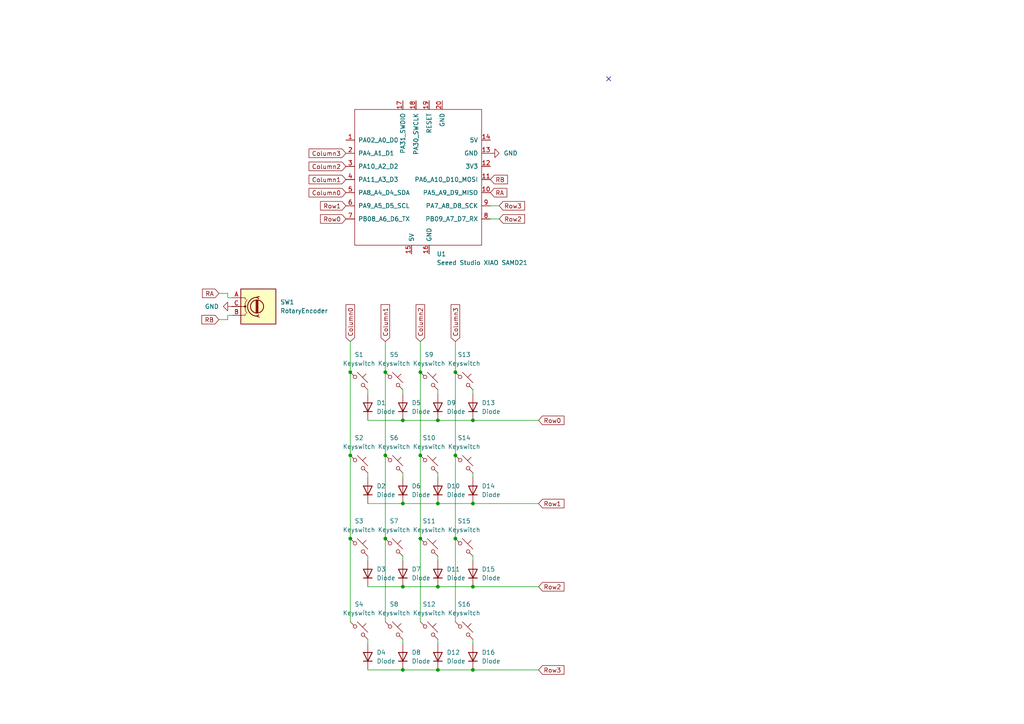
<source format=kicad_sch>
(kicad_sch (version 20231120) (generator "eeschema") (generator_version "8.0")
  (paper "A4")
  (title_block (title "Emre-HackPad") (date "2024-10-05") (rev "3") (company "Kluizenaren"))
  (lib_symbols
    (symbol "Device:RotaryEncoder" (pin_names (offset 0.254) hide)
      (property "Reference" "SW" (at 0 6.604 0))
      (property "Value" "RotaryEncoder" (at 0 -6.604 0))
      (symbol "RotaryEncoder_0_1"
        (rectangle (start -5.08 5.08) (end 5.08 -5.08) (stroke (width 0.254)) (fill (type background)))
        (circle (center -3.81 0) (radius 0.254) (fill (type outline)))
        (circle (center -0.381 0) (radius 1.905) (stroke (width 0.254)))
        (arc (start -0.381 2.667) (mid -3.0988 -0.0635) (end -0.381 -2.794) (stroke (width 0.254)))
        (polyline (pts (xy -0.635 -1.778) (xy -0.635 1.778)) (stroke (width 0.254)))
        (polyline (pts (xy -0.381 -1.778) (xy -0.381 1.778)) (stroke (width 0.254)))
        (polyline (pts (xy -0.127 1.778) (xy -0.127 -1.778)) (stroke (width 0.254)))
        (polyline (pts (xy -5.08 -2.54) (xy -3.81 -2.54) (xy -3.81 -2.032)))
        (polyline (pts (xy -5.08 2.54) (xy -3.81 2.54) (xy -3.81 2.032)))
        (polyline (pts (xy 0.254 -3.048) (xy -0.508 -2.794) (xy 0.127 -2.413)) (stroke (width 0.254)))
        (polyline (pts (xy 0.254 2.921) (xy -0.508 2.667) (xy 0.127 2.286)) (stroke (width 0.254)))
        (polyline (pts (xy -5.08 0) (xy -3.81 0) (xy -3.81 -1.016) (xy -3.302 -2.032)))
        (polyline (pts (xy -4.318 0) (xy -3.81 0) (xy -3.81 1.016) (xy -3.302 2.032)))
      )
      (symbol "RotaryEncoder_1_1"
        (pin passive line (at -7.62 2.54 0) (length 2.54) (name "A") (number "A"))
        (pin passive line (at -7.62 -2.54 0) (length 2.54) (name "B") (number "B"))
        (pin passive line (at -7.62 0 0) (length 2.54) (name "C") (number "C"))
      )
    )
    (symbol "ScottoKeebs:Placeholder_Diode" (pin_numbers hide) (pin_names hide)
      (property "Reference" "D" (at 0 2.54 0))
      (property "Value" "Diode" (at 0 -2.54 0))
      (symbol "Placeholder_Diode_0_1"
        (polyline (pts (xy -1.27 1.27) (xy -1.27 -1.27)) (stroke (width 0.254)))
        (polyline (pts (xy 1.27 0) (xy -1.27 0)))
        (polyline (pts (xy 1.27 1.27) (xy 1.27 -1.27) (xy -1.27 0) (xy 1.27 1.27)) (stroke (width 0.254)))
      )
      (symbol "Placeholder_Diode_1_1"
        (pin passive line (at -3.81 0 0) (length 2.54) (name "K") (number "1"))
        (pin passive line (at 3.81 0 180) (length 2.54) (name "A") (number "2"))
      )
    )
    (symbol "ScottoKeebs:Placeholder_Keyswitch" (pin_numbers hide) (pin_names (offset 1.016) hide)
      (property "Reference" "S" (at 3.048 1.016 0))
      (property "Value" "Keyswitch" (at 0 -3.81 0))
      (symbol "Placeholder_Keyswitch_0_1"
        (circle (center -1.1684 1.1684) (radius 0.508))
        (polyline (pts (xy -0.508 2.54) (xy 2.54 -0.508)))
        (polyline (pts (xy 1.016 1.016) (xy 2.032 2.032)))
        (polyline (pts (xy -2.54 2.54) (xy -1.524 1.524) (xy -1.524 1.524)))
        (polyline (pts (xy 1.524 -1.524) (xy 2.54 -2.54) (xy 2.54 -2.54) (xy 2.54 -2.54)))
        (circle (center 1.143 -1.1938) (radius 0.508))
        (pin passive line (at -2.54 2.54 0) (length 0) (name "1") (number "1"))
        (pin passive line (at 2.54 -2.54 180) (length 0) (name "2") (number "2"))
      )
    )
    (symbol "Seeed_Studio_XIAO_Series:Seeed Studio XIAO SAMD21" (pin_names (offset 1.016))
      (property "Reference" "U" (at -19.05 22.86 0))
      (property "Value" "Seeed Studio XIAO SAMD21" (at -12.7 21.59 0))
      (symbol "Seeed Studio XIAO SAMD21_0_1"
        (rectangle (start -19.05 20.32) (end 17.78 -19.05))
      )
      (symbol "Seeed Studio XIAO SAMD21_1_1"
        (pin unspecified line (at -21.59 11.43 0) (length 2.54) (name "PA02_A0_D0") (number "1"))
        (pin unspecified line (at 20.32 -3.81 180) (length 2.54) (name "PA5_A9_D9_MISO") (number "10"))
        (pin unspecified line (at 20.32 0 180) (length 2.54) (name "PA6_A10_D10_MOSI") (number "11"))
        (pin unspecified line (at 20.32 3.81 180) (length 2.54) (name "3V3") (number "12"))
        (pin unspecified line (at 20.32 7.62 180) (length 2.54) (name "GND") (number "13"))
        (pin unspecified line (at 20.32 11.43 180) (length 2.54) (name "5V") (number "14"))
        (pin input line (at -2.54 -21.59 90) (length 2.54) (name "5V") (number "15"))
        (pin input line (at 2.54 -21.59 90) (length 2.54) (name "GND") (number "16"))
        (pin input line (at -5.08 22.86 270) (length 2.54) (name "PA31_SWDIO") (number "17"))
        (pin input line (at -1.27 22.86 270) (length 2.54) (name "PA30_SWCLK") (number "18"))
        (pin input line (at 2.54 22.86 270) (length 2.54) (name "RESET") (number "19"))
        (pin unspecified line (at -21.59 7.62 0) (length 2.54) (name "PA4_A1_D1") (number "2"))
        (pin input line (at 6.35 22.86 270) (length 2.54) (name "GND") (number "20"))
        (pin unspecified line (at -21.59 3.81 0) (length 2.54) (name "PA10_A2_D2") (number "3"))
        (pin unspecified line (at -21.59 0 0) (length 2.54) (name "PA11_A3_D3") (number "4"))
        (pin unspecified line (at -21.59 -3.81 0) (length 2.54) (name "PA8_A4_D4_SDA") (number "5"))
        (pin unspecified line (at -21.59 -7.62 0) (length 2.54) (name "PA9_A5_D5_SCL") (number "6"))
        (pin unspecified line (at -21.59 -11.43 0) (length 2.54) (name "PB08_A6_D6_TX") (number "7"))
        (pin unspecified line (at 20.32 -11.43 180) (length 2.54) (name "PB09_A7_D7_RX") (number "8"))
        (pin unspecified line (at 20.32 -7.62 180) (length 2.54) (name "PA7_A8_D8_SCK") (number "9"))
      )
    )
    (symbol "power:GND" (power) (pin_numbers hide) (pin_names (offset 0) hide)
      (property "Value" "GND" (at 0 -3.81 0))
      (symbol "GND_0_1"
        (polyline (pts (xy 0 0) (xy 0 -1.27) (xy 1.27 -1.27) (xy 0 -2.54) (xy -1.27 -1.27) (xy 0 -1.27)))
      )
      (symbol "GND_1_1"
        (pin power_in line (at 0 0 270) (length 0) (name "~") (number "1"))
      )
    )
  )
  (junction (at 111.76 132.08))
  (junction (at 101.6 156.21))
  (junction (at 101.6 107.95))
  (junction (at 137.16 170.18))
  (junction (at 116.84 121.92))
  (junction (at 101.6 132.08))
  (junction (at 127 170.18))
  (junction (at 121.92 107.95))
  (junction (at 137.16 194.31))
  (junction (at 132.08 107.95))
  (junction (at 137.16 121.92))
  (junction (at 127 146.05))
  (junction (at 116.84 194.31))
  (junction (at 111.76 107.95))
  (junction (at 127 194.31))
  (junction (at 116.84 146.05))
  (junction (at 111.76 156.21))
  (junction (at 132.08 132.08))
  (junction (at 121.92 132.08))
  (junction (at 137.16 146.05))
  (junction (at 132.08 156.21))
  (junction (at 116.84 170.18))
  (junction (at 127 121.92))
  (junction (at 121.92 156.21))
  (no_connect (at 176.53 22.86))
  (wire (pts (xy 137.16 113.03) (xy 137.16 114.3)))
  (wire (pts (xy 106.68 138.43) (xy 106.68 137.16)))
  (wire (pts (xy 127 114.3) (xy 127 113.03)))
  (wire (pts (xy 66.04 92.71) (xy 66.04 91.44)))
  (wire (pts (xy 127 170.18) (xy 137.16 170.18)))
  (wire (pts (xy 106.68 121.92) (xy 116.84 121.92)))
  (wire (pts (xy 127 162.56) (xy 127 161.29)))
  (wire (pts (xy 132.08 156.21) (xy 132.08 180.34)))
  (wire (pts (xy 127 138.43) (xy 127 137.16)))
  (wire (pts (xy 106.68 194.31) (xy 116.84 194.31)))
  (wire (pts (xy 116.84 121.92) (xy 127 121.92)))
  (wire (pts (xy 111.76 107.95) (xy 111.76 132.08)))
  (wire (pts (xy 101.6 99.06) (xy 101.6 107.95)))
  (wire (pts (xy 106.68 114.3) (xy 106.68 113.03)))
  (wire (pts (xy 111.76 156.21) (xy 111.76 180.34)))
  (wire (pts (xy 116.84 186.69) (xy 116.84 185.42)))
  (wire (pts (xy 127 194.31) (xy 137.16 194.31)))
  (wire (pts (xy 144.78 63.5) (xy 142.24 63.5)))
  (wire (pts (xy 127 121.92) (xy 137.16 121.92)))
  (wire (pts (xy 106.68 170.18) (xy 116.84 170.18)))
  (wire (pts (xy 101.6 132.08) (xy 101.6 156.21)))
  (wire (pts (xy 127 146.05) (xy 137.16 146.05)))
  (wire (pts (xy 137.16 146.05) (xy 156.21 146.05)))
  (wire (pts (xy 137.16 186.69) (xy 137.16 185.42)))
  (wire (pts (xy 66.04 85.09) (xy 66.04 86.36)))
  (wire (pts (xy 132.08 107.95) (xy 132.08 132.08)))
  (wire (pts (xy 116.84 114.3) (xy 116.84 113.03)))
  (wire (pts (xy 132.08 132.08) (xy 132.08 156.21)))
  (wire (pts (xy 63.5 92.71) (xy 66.04 92.71)))
  (wire (pts (xy 101.6 107.95) (xy 101.6 132.08)))
  (wire (pts (xy 137.16 121.92) (xy 156.21 121.92)))
  (wire (pts (xy 106.68 146.05) (xy 116.84 146.05)))
  (wire (pts (xy 116.84 194.31) (xy 127 194.31)))
  (wire (pts (xy 121.92 132.08) (xy 121.92 156.21)))
  (wire (pts (xy 116.84 146.05) (xy 127 146.05)))
  (wire (pts (xy 101.6 156.21) (xy 101.6 180.34)))
  (wire (pts (xy 111.76 132.08) (xy 111.76 156.21)))
  (wire (pts (xy 66.04 86.36) (xy 67.31 86.36)))
  (wire (pts (xy 116.84 138.43) (xy 116.84 137.16)))
  (wire (pts (xy 132.08 99.06) (xy 132.08 107.95)))
  (wire (pts (xy 121.92 107.95) (xy 121.92 132.08)))
  (wire (pts (xy 121.92 156.21) (xy 121.92 180.34)))
  (wire (pts (xy 111.76 99.06) (xy 111.76 107.95)))
  (wire (pts (xy 116.84 162.56) (xy 116.84 161.29)))
  (wire (pts (xy 121.92 99.06) (xy 121.92 107.95)))
  (wire (pts (xy 106.68 186.69) (xy 106.68 185.42)))
  (wire (pts (xy 137.16 162.56) (xy 137.16 161.29)))
  (wire (pts (xy 106.68 162.56) (xy 106.68 161.29)))
  (wire (pts (xy 137.16 194.31) (xy 156.21 194.31)))
  (wire (pts (xy 137.16 170.18) (xy 156.21 170.18)))
  (wire (pts (xy 66.04 91.44) (xy 67.31 91.44)))
  (wire (pts (xy 116.84 170.18) (xy 127 170.18)))
  (wire (pts (xy 127 186.69) (xy 127 185.42)))
  (wire (pts (xy 63.5 85.09) (xy 66.04 85.09)))
  (wire (pts (xy 137.16 138.43) (xy 137.16 137.16)))
  (wire (pts (xy 144.78 59.69) (xy 142.24 59.69)))
  (global_label "Column0" (shape input) (at 101.6 99.06 90) (property "Intersheetrefs" "${INTERSHEET_REFS}" (effects (hide yes))))
  (global_label "Row0" (shape input) (at 156.21 121.92 0) (property "Intersheetrefs" "${INTERSHEET_REFS}" (effects (hide yes))))
  (global_label "RB" (shape input) (at 63.5 92.71 180) (property "Intersheetrefs" "${INTERSHEET_REFS}" (effects (hide yes))))
  (global_label "Column0" (shape input) (at 100.33 55.88 180) (property "Intersheetrefs" "${INTERSHEET_REFS}" (effects (hide yes))))
  (global_label "RB" (shape input) (at 142.24 52.07 0) (property "Intersheetrefs" "${INTERSHEET_REFS}" (effects (hide yes))))
  (global_label "Row3" (shape input) (at 144.78 59.69 0) (property "Intersheetrefs" "${INTERSHEET_REFS}" (effects (hide yes))))
  (global_label "Column2" (shape input) (at 121.92 99.06 90) (property "Intersheetrefs" "${INTERSHEET_REFS}" (effects (hide yes))))
  (global_label "RA" (shape input) (at 142.24 55.88 0) (property "Intersheetrefs" "${INTERSHEET_REFS}" (effects (hide yes))))
  (global_label "Row3" (shape input) (at 156.21 194.31 0) (property "Intersheetrefs" "${INTERSHEET_REFS}" (effects (hide yes))))
  (global_label "Column1" (shape input) (at 100.33 52.07 180) (property "Intersheetrefs" "${INTERSHEET_REFS}" (effects (hide yes))))
  (global_label "Row1" (shape input) (at 100.33 59.69 180) (property "Intersheetrefs" "${INTERSHEET_REFS}" (effects (hide yes))))
  (global_label "Column2" (shape input) (at 100.33 48.26 180) (property "Intersheetrefs" "${INTERSHEET_REFS}" (effects (hide yes))))
  (global_label "Row1" (shape input) (at 156.21 146.05 0) (property "Intersheetrefs" "${INTERSHEET_REFS}" (effects (hide yes))))
  (global_label "Column3" (shape input) (at 100.33 44.45 180) (property "Intersheetrefs" "${INTERSHEET_REFS}" (effects (hide yes))))
  (global_label "Column3" (shape input) (at 132.08 99.06 90) (property "Intersheetrefs" "${INTERSHEET_REFS}" (effects (hide yes))))
  (global_label "Row0" (shape input) (at 100.33 63.5 180) (property "Intersheetrefs" "${INTERSHEET_REFS}" (effects (hide yes))))
  (global_label "Column1" (shape input) (at 111.76 99.06 90) (property "Intersheetrefs" "${INTERSHEET_REFS}" (effects (hide yes))))
  (global_label "Row2" (shape input) (at 144.78 63.5 0) (property "Intersheetrefs" "${INTERSHEET_REFS}" (effects (hide yes))))
  (global_label "RA" (shape input) (at 63.5 85.09 180) (property "Intersheetrefs" "${INTERSHEET_REFS}" (effects (hide yes))))
  (global_label "Row2" (shape input) (at 156.21 170.18 0) (property "Intersheetrefs" "${INTERSHEET_REFS}" (effects (hide yes))))
  (symbol (lib_id "ScottoKeebs:Placeholder_Diode") (at 137.16 142.24 90) (unit 1)
    (property "Reference" "D14" (at 139.7 140.9699 90) (effects (justify right)))
    (property "Value" "Diode" (at 139.7 143.5099 90) (effects (justify right)))
    (property "Footprint" "ScottoKeebs_Components:Diode_DO-35" (effects (hide yes)))
    (property "Description" "1N4148 (DO-35) or 1N4148W (SOD-123)" (effects (hide yes)))
    (property "Sim.Device" "D" (effects (hide yes)))
    (property "Sim.Pins" "1=K 2=A" (effects (hide yes)))
  )
  (symbol (lib_id "ScottoKeebs:Placeholder_Diode") (at 127 142.24 90) (unit 1)
    (property "Reference" "D10" (at 129.54 140.9699 90) (effects (justify right)))
    (property "Value" "Diode" (at 129.54 143.5099 90) (effects (justify right)))
    (property "Footprint" "ScottoKeebs_Components:Diode_DO-35" (effects (hide yes)))
    (property "Description" "1N4148 (DO-35) or 1N4148W (SOD-123)" (effects (hide yes)))
    (property "Sim.Device" "D" (effects (hide yes)))
    (property "Sim.Pins" "1=K 2=A" (effects (hide yes)))
  )
  (symbol (lib_id "ScottoKeebs:Placeholder_Keyswitch") (at 114.3 182.88 0) (unit 1)
    (property "Reference" "S8" (at 114.3 175.26 0))
    (property "Value" "Keyswitch" (at 114.3 177.8 0))
    (property "Footprint" "ScottoKeebs_MX:MX_PCB_1.00u" (effects (hide yes)))
    (property "Description" "Push button switch, normally open, two pins, 45° tilted" (effects (hide yes)))
  )
  (symbol (lib_id "ScottoKeebs:Placeholder_Diode") (at 127 166.37 90) (unit 1)
    (property "Reference" "D11" (at 129.54 165.0999 90) (effects (justify right)))
    (property "Value" "Diode" (at 129.54 167.6399 90) (effects (justify right)))
    (property "Footprint" "ScottoKeebs_Components:Diode_DO-35" (effects (hide yes)))
    (property "Description" "1N4148 (DO-35) or 1N4148W (SOD-123)" (effects (hide yes)))
    (property "Sim.Device" "D" (effects (hide yes)))
    (property "Sim.Pins" "1=K 2=A" (effects (hide yes)))
  )
  (symbol (lib_id "power:GND") (at 67.31 88.9 270) (unit 1)
    (property "Reference" "#PWR01" (effects (hide yes)))
    (property "Value" "GND" (at 63.5 88.8999 90) (effects (justify right)))
    (property "Description" "Power symbol creates a global label with name \"GND\" , ground" (effects (hide yes)))
  )
  (symbol (lib_id "ScottoKeebs:Placeholder_Diode") (at 137.16 118.11 90) (unit 1)
    (property "Reference" "D13" (at 139.7 116.8399 90) (effects (justify right)))
    (property "Value" "Diode" (at 139.7 119.3799 90) (effects (justify right)))
    (property "Footprint" "ScottoKeebs_Components:Diode_DO-35" (effects (hide yes)))
    (property "Description" "1N4148 (DO-35) or 1N4148W (SOD-123)" (effects (hide yes)))
    (property "Sim.Device" "D" (effects (hide yes)))
    (property "Sim.Pins" "1=K 2=A" (effects (hide yes)))
  )
  (symbol (lib_id "ScottoKeebs:Placeholder_Keyswitch") (at 114.3 134.62 0) (unit 1)
    (property "Reference" "S6" (at 114.3 127 0))
    (property "Value" "Keyswitch" (at 114.3 129.54 0))
    (property "Footprint" "ScottoKeebs_MX:MX_PCB_1.00u" (effects (hide yes)))
    (property "Description" "Push button switch, normally open, two pins, 45° tilted" (effects (hide yes)))
  )
  (symbol (lib_id "ScottoKeebs:Placeholder_Diode") (at 106.68 118.11 90) (unit 1)
    (property "Reference" "D1" (at 109.22 116.8399 90) (effects (justify right)))
    (property "Value" "Diode" (at 109.22 119.3799 90) (effects (justify right)))
    (property "Footprint" "ScottoKeebs_Components:Diode_DO-35" (effects (hide yes)))
    (property "Description" "1N4148 (DO-35) or 1N4148W (SOD-123)" (effects (hide yes)))
    (property "Sim.Device" "D" (effects (hide yes)))
    (property "Sim.Pins" "1=K 2=A" (effects (hide yes)))
  )
  (symbol (lib_id "ScottoKeebs:Placeholder_Keyswitch") (at 124.46 182.88 0) (unit 1)
    (property "Reference" "S12" (at 124.46 175.26 0))
    (property "Value" "Keyswitch" (at 124.46 177.8 0))
    (property "Footprint" "ScottoKeebs_MX:MX_PCB_1.00u" (effects (hide yes)))
    (property "Description" "Push button switch, normally open, two pins, 45° tilted" (effects (hide yes)))
  )
  (symbol (lib_id "ScottoKeebs:Placeholder_Keyswitch") (at 104.14 182.88 0) (unit 1)
    (property "Reference" "S4" (at 104.14 175.26 0))
    (property "Value" "Keyswitch" (at 104.14 177.8 0))
    (property "Footprint" "ScottoKeebs_MX:MX_PCB_1.00u" (effects (hide yes)))
    (property "Description" "Push button switch, normally open, two pins, 45° tilted" (effects (hide yes)))
  )
  (symbol (lib_id "ScottoKeebs:Placeholder_Keyswitch") (at 134.62 110.49 0) (unit 1)
    (property "Reference" "S13" (at 134.62 102.87 0))
    (property "Value" "Keyswitch" (at 134.62 105.41 0))
    (property "Footprint" "ScottoKeebs_MX:MX_PCB_1.00u" (effects (hide yes)))
    (property "Description" "Push button switch, normally open, two pins, 45° tilted" (effects (hide yes)))
  )
  (symbol (lib_id "ScottoKeebs:Placeholder_Keyswitch") (at 124.46 110.49 0) (unit 1)
    (property "Reference" "S9" (at 124.46 102.87 0))
    (property "Value" "Keyswitch" (at 124.46 105.41 0))
    (property "Footprint" "ScottoKeebs_MX:MX_PCB_1.00u" (effects (hide yes)))
    (property "Description" "Push button switch, normally open, two pins, 45° tilted" (effects (hide yes)))
  )
  (symbol (lib_id "ScottoKeebs:Placeholder_Keyswitch") (at 134.62 182.88 0) (unit 1)
    (property "Reference" "S16" (at 134.62 175.26 0))
    (property "Value" "Keyswitch" (at 134.62 177.8 0))
    (property "Footprint" "ScottoKeebs_MX:MX_PCB_1.00u" (effects (hide yes)))
    (property "Description" "Push button switch, normally open, two pins, 45° tilted" (effects (hide yes)))
  )
  (symbol (lib_id "ScottoKeebs:Placeholder_Keyswitch") (at 114.3 158.75 0) (unit 1)
    (property "Reference" "S7" (at 114.3 151.13 0))
    (property "Value" "Keyswitch" (at 114.3 153.67 0))
    (property "Footprint" "ScottoKeebs_MX:MX_PCB_1.00u" (effects (hide yes)))
    (property "Description" "Push button switch, normally open, two pins, 45° tilted" (effects (hide yes)))
  )
  (symbol (lib_id "Seeed_Studio_XIAO_Series:Seeed Studio XIAO SAMD21") (at 121.92 52.07 0) (unit 1)
    (property "Reference" "U1" (at 126.6541 73.66 0) (effects (justify left)))
    (property "Value" "Seeed Studio XIAO SAMD21" (at 126.6541 76.2 0) (effects (justify left)))
    (property "Footprint" "ScottoKeebs_MCU:Seeed_XIAO_RP2040" (effects (hide yes)))
  )
  (symbol (lib_id "ScottoKeebs:Placeholder_Diode") (at 116.84 190.5 90) (unit 1)
    (property "Reference" "D8" (at 119.38 189.2299 90) (effects (justify right)))
    (property "Value" "Diode" (at 119.38 191.7699 90) (effects (justify right)))
    (property "Footprint" "ScottoKeebs_Components:Diode_DO-35" (effects (hide yes)))
    (property "Description" "1N4148 (DO-35) or 1N4148W (SOD-123)" (effects (hide yes)))
    (property "Sim.Device" "D" (effects (hide yes)))
    (property "Sim.Pins" "1=K 2=A" (effects (hide yes)))
  )
  (symbol (lib_id "ScottoKeebs:Placeholder_Keyswitch") (at 134.62 158.75 0) (unit 1)
    (property "Reference" "S15" (at 134.62 151.13 0))
    (property "Value" "Keyswitch" (at 134.62 153.67 0))
    (property "Footprint" "ScottoKeebs_MX:MX_PCB_1.00u" (effects (hide yes)))
    (property "Description" "Push button switch, normally open, two pins, 45° tilted" (effects (hide yes)))
  )
  (symbol (lib_id "Device:RotaryEncoder") (at 74.93 88.9 0) (unit 1)
    (property "Reference" "SW1" (at 81.28 87.6299 0) (effects (justify left)))
    (property "Value" "RotaryEncoder" (at 81.28 90.1699 0) (effects (justify left)))
    (property "Footprint" "Rotary_Encoder:RotaryEncoder_Alps_EC11E_Vertical_H20mm" (effects (hide yes)))
    (property "Description" "Rotary encoder, dual channel, incremental quadrate outputs" (effects (hide yes)))
  )
  (symbol (lib_id "ScottoKeebs:Placeholder_Diode") (at 137.16 190.5 90) (unit 1)
    (property "Reference" "D16" (at 139.7 189.2299 90) (effects (justify right)))
    (property "Value" "Diode" (at 139.7 191.7699 90) (effects (justify right)))
    (property "Footprint" "ScottoKeebs_Components:Diode_DO-35" (effects (hide yes)))
    (property "Description" "1N4148 (DO-35) or 1N4148W (SOD-123)" (effects (hide yes)))
    (property "Sim.Device" "D" (effects (hide yes)))
    (property "Sim.Pins" "1=K 2=A" (effects (hide yes)))
  )
  (symbol (lib_id "power:GND") (at 142.24 44.45 90) (unit 1)
    (property "Reference" "#PWR02" (effects (hide yes)))
    (property "Value" "GND" (at 146.05 44.4499 90) (effects (justify right)))
    (property "Description" "Power symbol creates a global label with name \"GND\" , ground" (effects (hide yes)))
  )
  (symbol (lib_id "ScottoKeebs:Placeholder_Diode") (at 116.84 142.24 90) (unit 1)
    (property "Reference" "D6" (at 119.38 140.9699 90) (effects (justify right)))
    (property "Value" "Diode" (at 119.38 143.5099 90) (effects (justify right)))
    (property "Footprint" "ScottoKeebs_Components:Diode_DO-35" (effects (hide yes)))
    (property "Description" "1N4148 (DO-35) or 1N4148W (SOD-123)" (effects (hide yes)))
    (property "Sim.Device" "D" (effects (hide yes)))
    (property "Sim.Pins" "1=K 2=A" (effects (hide yes)))
  )
  (symbol (lib_id "ScottoKeebs:Placeholder_Keyswitch") (at 104.14 158.75 0) (unit 1)
    (property "Reference" "S3" (at 104.14 151.13 0))
    (property "Value" "Keyswitch" (at 104.14 153.67 0))
    (property "Footprint" "ScottoKeebs_MX:MX_PCB_1.00u" (effects (hide yes)))
    (property "Description" "Push button switch, normally open, two pins, 45° tilted" (effects (hide yes)))
  )
  (symbol (lib_id "ScottoKeebs:Placeholder_Keyswitch") (at 114.3 110.49 0) (unit 1)
    (property "Reference" "S5" (at 114.3 102.87 0))
    (property "Value" "Keyswitch" (at 114.3 105.41 0))
    (property "Footprint" "ScottoKeebs_MX:MX_PCB_1.00u" (effects (hide yes)))
    (property "Description" "Push button switch, normally open, two pins, 45° tilted" (effects (hide yes)))
  )
  (symbol (lib_id "ScottoKeebs:Placeholder_Diode") (at 127 118.11 90) (unit 1)
    (property "Reference" "D9" (at 129.54 116.8399 90) (effects (justify right)))
    (property "Value" "Diode" (at 129.54 119.3799 90) (effects (justify right)))
    (property "Footprint" "ScottoKeebs_Components:Diode_DO-35" (effects (hide yes)))
    (property "Description" "1N4148 (DO-35) or 1N4148W (SOD-123)" (effects (hide yes)))
    (property "Sim.Device" "D" (effects (hide yes)))
    (property "Sim.Pins" "1=K 2=A" (effects (hide yes)))
  )
  (symbol (lib_id "ScottoKeebs:Placeholder_Keyswitch") (at 104.14 134.62 0) (unit 1)
    (property "Reference" "S2" (at 104.14 127 0))
    (property "Value" "Keyswitch" (at 104.14 129.54 0))
    (property "Footprint" "ScottoKeebs_MX:MX_PCB_1.00u" (effects (hide yes)))
    (property "Description" "Push button switch, normally open, two pins, 45° tilted" (effects (hide yes)))
  )
  (symbol (lib_id "ScottoKeebs:Placeholder_Diode") (at 116.84 166.37 90) (unit 1)
    (property "Reference" "D7" (at 119.38 165.0999 90) (effects (justify right)))
    (property "Value" "Diode" (at 119.38 167.6399 90) (effects (justify right)))
    (property "Footprint" "ScottoKeebs_Components:Diode_DO-35" (effects (hide yes)))
    (property "Description" "1N4148 (DO-35) or 1N4148W (SOD-123)" (effects (hide yes)))
    (property "Sim.Device" "D" (effects (hide yes)))
    (property "Sim.Pins" "1=K 2=A" (effects (hide yes)))
  )
  (symbol (lib_id "ScottoKeebs:Placeholder_Keyswitch") (at 134.62 134.62 0) (unit 1)
    (property "Reference" "S14" (at 134.62 127 0))
    (property "Value" "Keyswitch" (at 134.62 129.54 0))
    (property "Footprint" "ScottoKeebs_MX:MX_PCB_1.00u" (effects (hide yes)))
    (property "Description" "Push button switch, normally open, two pins, 45° tilted" (effects (hide yes)))
  )
  (symbol (lib_id "ScottoKeebs:Placeholder_Diode") (at 127 190.5 90) (unit 1)
    (property "Reference" "D12" (at 129.54 189.2299 90) (effects (justify right)))
    (property "Value" "Diode" (at 129.54 191.7699 90) (effects (justify right)))
    (property "Footprint" "ScottoKeebs_Components:Diode_DO-35" (effects (hide yes)))
    (property "Description" "1N4148 (DO-35) or 1N4148W (SOD-123)" (effects (hide yes)))
    (property "Sim.Device" "D" (effects (hide yes)))
    (property "Sim.Pins" "1=K 2=A" (effects (hide yes)))
  )
  (symbol (lib_id "ScottoKeebs:Placeholder_Diode") (at 116.84 118.11 90) (unit 1)
    (property "Reference" "D5" (at 119.38 116.8399 90) (effects (justify right)))
    (property "Value" "Diode" (at 119.38 119.3799 90) (effects (justify right)))
    (property "Footprint" "ScottoKeebs_Components:Diode_DO-35" (effects (hide yes)))
    (property "Description" "1N4148 (DO-35) or 1N4148W (SOD-123)" (effects (hide yes)))
    (property "Sim.Device" "D" (effects (hide yes)))
    (property "Sim.Pins" "1=K 2=A" (effects (hide yes)))
  )
  (symbol (lib_id "ScottoKeebs:Placeholder_Diode") (at 106.68 142.24 90) (unit 1)
    (property "Reference" "D2" (at 109.22 140.9699 90) (effects (justify right)))
    (property "Value" "Diode" (at 109.22 143.5099 90) (effects (justify right)))
    (property "Footprint" "ScottoKeebs_Components:Diode_DO-35" (effects (hide yes)))
    (property "Description" "1N4148 (DO-35) or 1N4148W (SOD-123)" (effects (hide yes)))
    (property "Sim.Device" "D" (effects (hide yes)))
    (property "Sim.Pins" "1=K 2=A" (effects (hide yes)))
  )
  (symbol (lib_id "ScottoKeebs:Placeholder_Diode") (at 106.68 166.37 90) (unit 1)
    (property "Reference" "D3" (at 109.22 165.0999 90) (effects (justify right)))
    (property "Value" "Diode" (at 109.22 167.6399 90) (effects (justify right)))
    (property "Footprint" "ScottoKeebs_Components:Diode_DO-35" (effects (hide yes)))
    (property "Description" "1N4148 (DO-35) or 1N4148W (SOD-123)" (effects (hide yes)))
    (property "Sim.Device" "D" (effects (hide yes)))
    (property "Sim.Pins" "1=K 2=A" (effects (hide yes)))
  )
  (symbol (lib_id "ScottoKeebs:Placeholder_Keyswitch") (at 124.46 134.62 0) (unit 1)
    (property "Reference" "S10" (at 124.46 127 0))
    (property "Value" "Keyswitch" (at 124.46 129.54 0))
    (property "Footprint" "ScottoKeebs_MX:MX_PCB_1.00u" (effects (hide yes)))
    (property "Description" "Push button switch, normally open, two pins, 45° tilted" (effects (hide yes)))
  )
  (symbol (lib_id "ScottoKeebs:Placeholder_Diode") (at 106.68 190.5 90) (unit 1)
    (property "Reference" "D4" (at 109.22 189.2299 90) (effects (justify right)))
    (property "Value" "Diode" (at 109.22 191.7699 90) (effects (justify right)))
    (property "Footprint" "ScottoKeebs_Components:Diode_DO-35" (effects (hide yes)))
    (property "Description" "1N4148 (DO-35) or 1N4148W (SOD-123)" (effects (hide yes)))
    (property "Sim.Device" "D" (effects (hide yes)))
    (property "Sim.Pins" "1=K 2=A" (effects (hide yes)))
  )
  (symbol (lib_id "ScottoKeebs:Placeholder_Keyswitch") (at 104.14 110.49 0) (unit 1)
    (property "Reference" "S1" (at 104.14 102.87 0))
    (property "Value" "Keyswitch" (at 104.14 105.41 0))
    (property "Footprint" "ScottoKeebs_MX:MX_PCB_1.00u" (effects (hide yes)))
    (property "Description" "Push button switch, normally open, two pins, 45° tilted" (effects (hide yes)))
  )
  (symbol (lib_id "ScottoKeebs:Placeholder_Diode") (at 137.16 166.37 90) (unit 1)
    (property "Reference" "D15" (at 139.7 165.0999 90) (effects (justify right)))
    (property "Value" "Diode" (at 139.7 167.6399 90) (effects (justify right)))
    (property "Footprint" "ScottoKeebs_Components:Diode_DO-35" (effects (hide yes)))
    (property "Description" "1N4148 (DO-35) or 1N4148W (SOD-123)" (effects (hide yes)))
    (property "Sim.Device" "D" (effects (hide yes)))
    (property "Sim.Pins" "1=K 2=A" (effects (hide yes)))
  )
  (symbol (lib_id "ScottoKeebs:Placeholder_Keyswitch") (at 124.46 158.75 0) (unit 1)
    (property "Reference" "S11" (at 124.46 151.13 0))
    (property "Value" "Keyswitch" (at 124.46 153.67 0))
    (property "Footprint" "ScottoKeebs_MX:MX_PCB_1.00u" (effects (hide yes)))
    (property "Description" "Push button switch, normally open, two pins, 45° tilted" (effects (hide yes)))
  )
)
</source>
